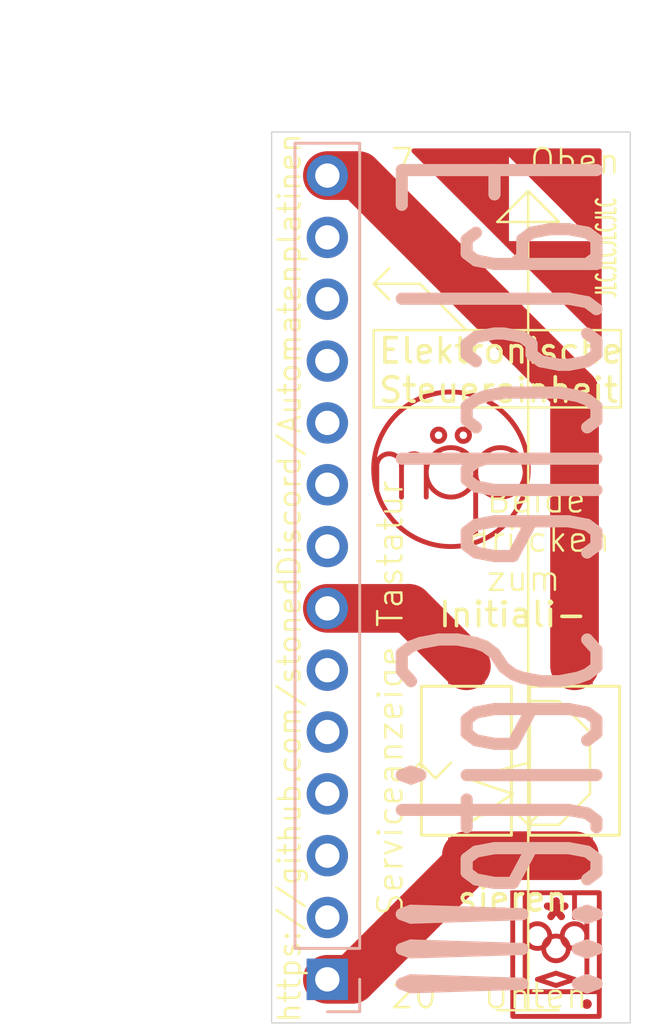
<source format=kicad_pcb>
(kicad_pcb (version 20240108) (generator "pcbnew") (generator_version "8.0")
  (layers (0 "F.Cu" signal) (31 "B.Cu" signal) (34 "B.Paste" user) (35 "F.Paste" user) (36 "B.SilkS" user "B.Silkscreen") (37 "F.SilkS" user "F.Silkscreen") (38 "B.Mask" user) (39 "F.Mask" user) (44 "Edge.Cuts" user))
  (net 0 "")
  (net 1 "/TZ7")
  (net 2 "/TS0")
  (net 3 "/TS7")
  (footprint "Button_Switch_SMD:SW_SPST_CK_RS282G05A3" (layer "F.Cu") (at 86.995 64.68 -90)
    (property "Reference" "SW2" (hide yes))
    (property "Value" "sieren" (at 5.678 -1.905 180) (layer "F.SilkS"))
    (fp_line (start -3.06 1.85) (end -3.06 -1.85) (stroke (width 0.12)) (layer "F.SilkS"))
    (fp_line (start 3.06 1.85) (end -3.06 1.85) (stroke (width 0.12)) (layer "F.SilkS"))
    (fp_line (start -3.06 -1.85) (end 3.06 -1.85) (stroke (width 0.12)) (layer "F.SilkS"))
    (fp_line (start 3.06 -1.85) (end 3.06 1.85) (stroke (width 0.12)) (layer "F.SilkS"))
    (pad "1" smd rect (at -3.9 0 270) (size 1.5 1.5) (layers "F.Cu" "F.Paste" "F.Mask") (net 3 "/TS7"))
    (pad "2" smd rect (at 3.9 0 270) (size 1.5 1.5) (layers "F.Cu" "F.Paste" "F.Mask") (net 1 "/TZ7"))
  )
  (footprint "Button_Switch_SMD:SW_SPST_CK_RS282G05A3" (layer "F.Cu") (at 91.44 64.68 -90)
    (property "Reference" "SW1" (hide yes))
    (property "Value" "Initiali-" (at -6.006 2.54 180) (layer "F.SilkS"))
    (fp_line (start -3.06 1.85) (end -3.06 -1.85) (stroke (width 0.12)) (layer "F.SilkS"))
    (fp_line (start 3.06 1.85) (end -3.06 1.85) (stroke (width 0.12)) (layer "F.SilkS"))
    (fp_line (start -3.06 -1.85) (end 3.06 -1.85) (stroke (width 0.12)) (layer "F.SilkS"))
    (fp_line (start 3.06 -1.85) (end 3.06 1.85) (stroke (width 0.12)) (layer "F.SilkS"))
    (pad "1" smd rect (at -3.9 0 270) (size 1.5 1.5) (layers "F.Cu" "F.Paste" "F.Mask") (net 2 "/TS0"))
    (pad "2" smd rect (at 3.9 0 270) (size 1.5 1.5) (layers "F.Cu" "F.Paste" "F.Mask") (net 1 "/TZ7"))
  )
  (footprint "Connector_PinSocket_2.54mm:PinSocket_1x14_P2.54mm_Vertical" (layer "B.Cu") (at 81.28 73.66)
    (property "Reference" "J2" (hide yes))
    (property "Value" "Automat")
    (fp_line (start -1.33 -34.35) (end -1.33 -1.27) (stroke (width 0.12)) (layer "B.SilkS"))
    (fp_line (start 1.33 -34.35) (end -1.33 -34.35) (stroke (width 0.12)) (layer "B.SilkS"))
    (fp_line (start 1.33 -34.35) (end 1.33 -1.27) (stroke (width 0.12)) (layer "B.SilkS"))
    (fp_line (start 1.33 -1.27) (end -1.33 -1.27) (stroke (width 0.12)) (layer "B.SilkS"))
    (fp_line (start 1.33 0) (end 1.33 1.33) (stroke (width 0.12)) (layer "B.SilkS"))
    (fp_line (start 1.33 1.33) (end 0 1.33) (stroke (width 0.12)) (layer "B.SilkS"))
    (pad "1" thru_hole rect (at 0 0) (size 1.7 1.7) (drill 1) (layers "*.Cu" "*.Mask") (net 1 "/TZ7"))
    (pad "2" thru_hole oval (at 0 -2.54) (size 1.7 1.7) (drill 1) (layers "*.Cu" "*.Mask"))
    (pad "3" thru_hole oval (at 0 -5.08) (size 1.7 1.7) (drill 1) (layers "*.Cu" "*.Mask"))
    (pad "4" thru_hole oval (at 0 -7.62) (size 1.7 1.7) (drill 1) (layers "*.Cu" "*.Mask"))
    (pad "5" thru_hole oval (at 0 -10.16) (size 1.7 1.7) (drill 1) (layers "*.Cu" "*.Mask"))
    (pad "6" thru_hole oval (at 0 -12.7) (size 1.7 1.7) (drill 1) (layers "*.Cu" "*.Mask"))
    (pad "7" thru_hole oval (at 0 -15.24) (size 1.7 1.7) (drill 1) (layers "*.Cu" "*.Mask") (net 3 "/TS7"))
    (pad "8" thru_hole oval (at 0 -17.78) (size 1.7 1.7) (drill 1) (layers "*.Cu" "*.Mask"))
    (pad "9" thru_hole oval (at 0 -20.32) (size 1.7 1.7) (drill 1) (layers "*.Cu" "*.Mask"))
    (pad "10" thru_hole oval (at 0 -22.86) (size 1.7 1.7) (drill 1) (layers "*.Cu" "*.Mask"))
    (pad "11" thru_hole oval (at 0 -25.4) (size 1.7 1.7) (drill 1) (layers "*.Cu" "*.Mask"))
    (pad "12" thru_hole oval (at 0 -27.94) (size 1.7 1.7) (drill 1) (layers "*.Cu" "*.Mask"))
    (pad "13" thru_hole oval (at 0 -30.48) (size 1.7 1.7) (drill 1) (layers "*.Cu" "*.Mask"))
    (pad "14" thru_hole oval (at 0 -33.02) (size 1.7 1.7) (drill 1) (layers "*.Cu" "*.Mask") (net 2 "/TS0"))
  )
  (gr_line (start 91.948 74.168) (end 91.948 71.12) (stroke (width 0.2)) (layer "F.Cu"))
  (gr_line (start 87.376 52.832) (end 87.376 55.372) (stroke (width 0.2)) (layer "F.Cu"))
  (gr_line (start 84.328 52.578) (end 84.328 53.848) (stroke (width 0.2)) (layer "F.Cu"))
  (gr_circle (center 86.868 51.308) (end 87.122 51.308) (stroke (width 0.2)) (fill none) (layer "F.Cu"))
  (gr_circle (center 91.948 74.676) (end 91.948 74.676) (stroke (width 0.2)) (fill none) (layer "F.Cu"))
  (gr_arc (start 84.328 52.578) (mid 84.836 52.07) (end 85.344 52.578) (stroke (width 0.2)) (layer "F.Cu"))
  (gr_line (start 90.678 73.406) (end 89.916 73.66) (stroke (width 0.2)) (layer "F.Cu"))
  (gr_line (start 89.408 70.104) (end 89.408 74.168) (stroke (width 0.2)) (layer "F.Cu"))
  (gr_rect (start 88.9 70.104) (end 92.456 75.184) (stroke (width 0.2)) (fill none) (layer "F.Cu"))
  (gr_rect (start 91.44 70.104) (end 92.456 71.12) (stroke (width 0.2)) (fill none) (layer "F.Cu"))
  (gr_line (start 91.44 73.66) (end 90.678 73.406) (stroke (width 0.2)) (layer "F.Cu"))
  (gr_circle (center 91.44 71.882) (end 90.932 71.882) (stroke (width 0.2)) (fill none) (layer "F.Cu"))
  (gr_line (start 83.312 52.578) (end 83.312 53.594) (stroke (width 0.2)) (layer "F.Cu"))
  (gr_circle (center 85.852 51.308) (end 86.106 51.308) (stroke (width 0.2)) (fill none) (layer "F.Cu"))
  (gr_circle (center 90.678 72.39) (end 90.678 71.882) (stroke (width 0.2)) (fill none) (layer "F.Cu"))
  (gr_circle (center 86.36 52.705) (end 86.36 49.53) (stroke (width 0.2)) (fill none) (layer "F.Cu"))
  (gr_poly (pts (xy 92.456 47.244) (xy 88.646 43.434) (xy 92.456 43.434)) (stroke (width 0.2)) (fill solid) (layer "F.Cu"))
  (gr_poly (pts (xy 92.456 43.434) (xy 88.646 39.624) (xy 92.456 39.624)) (stroke (width 0.2)) (fill solid) (layer "F.Cu"))
  (gr_line (start 90.678 73.914) (end 91.44 73.66) (stroke (width 0.2)) (layer "F.Cu"))
  (gr_arc (start 83.312 52.578) (mid 83.82 52.07) (end 84.328 52.578) (stroke (width 0.2)) (layer "F.Cu"))
  (gr_line (start 89.916 73.66) (end 90.678 73.914) (stroke (width 0.2)) (layer "F.Cu"))
  (gr_poly (pts (xy 88.646 43.434) (xy 84.836 39.624) (xy 88.646 39.624)) (stroke (width 0.2)) (fill solid) (layer "F.Cu"))
  (gr_line (start 85.344 52.578) (end 85.344 53.848) (stroke (width 0.2)) (layer "F.Cu"))
  (gr_circle (center 86.36 52.832) (end 85.344 52.832) (stroke (width 0.2)) (fill none) (layer "F.Cu"))
  (gr_line (start 88.9 74.168) (end 92.456 74.168) (stroke (width 0.2)) (layer "F.Cu"))
  (gr_circle (center 89.916 71.882) (end 89.408 71.882) (stroke (width 0.2)) (fill none) (layer "F.Cu"))
  (gr_circle (center 88.392 52.832) (end 87.376 52.832) (stroke (width 0.2)) (fill none) (layer "F.Cu"))
  (gr_line (start 86.995 46.99) (end 85.09 45.085) (stroke (width 0.1)) (layer "F.SilkS"))
  (gr_line (start 89.535 64.77) (end 86.995 65.405) (stroke (width 0.1)) (layer "F.SilkS"))
  (gr_line (start 89.535 67.31) (end 88.9 66.675) (stroke (width 0.1)) (layer "F.SilkS"))
  (gr_rect (start 83.185 46.99) (end 93.345 50.165) (stroke (width 0.1)) (fill none) (layer "F.SilkS"))
  (gr_line (start 88.265 42.545) (end 90.805 42.545) (stroke (width 0.1)) (layer "F.SilkS"))
  (gr_line (start 83.185 45.085) (end 83.82 44.45) (stroke (width 0.1)) (layer "F.SilkS"))
  (gr_line (start 89.535 41.275) (end 88.265 42.545) (stroke (width 0.1)) (layer "F.SilkS"))
  (gr_line (start 89.535 74.93) (end 89.535 41.275) (stroke (width 0.1)) (layer "F.SilkS"))
  (gr_line (start 86.36 64.77) (end 85.725 65.405) (stroke (width 0.1)) (layer "F.SilkS"))
  (gr_line (start 90.805 62.23) (end 92.075 63.5) (stroke (width 0.1)) (layer "F.SilkS"))
  (gr_line (start 90.805 74.93) (end 88.265 74.93) (stroke (width 0.1)) (layer "F.SilkS"))
  (gr_line (start 85.09 45.085) (end 83.185 45.085) (stroke (width 0.1)) (layer "F.SilkS"))
  (gr_line (start 90.805 42.545) (end 89.535 41.275) (stroke (width 0.1)) (layer "F.SilkS"))
  (gr_line (start 85.725 65.405) (end 85.09 64.77) (stroke (width 0.1)) (layer "F.SilkS"))
  (gr_line (start 89.535 62.23) (end 90.805 62.23) (stroke (width 0.1)) (layer "F.SilkS"))
  (gr_line (start 90.805 67.31) (end 89.535 67.31) (stroke (width 0.1)) (layer "F.SilkS"))
  (gr_line (start 85.09 64.77) (end 84.455 65.405) (stroke (width 0.1)) (layer "F.SilkS"))
  (gr_line (start 92.075 63.5) (end 92.075 66.04) (stroke (width 0.1)) (layer "F.SilkS"))
  (gr_line (start 86.995 65.405) (end 88.9 66.04) (stroke (width 0.1)) (layer "F.SilkS"))
  (gr_line (start 88.9 66.04) (end 86.995 67.31) (stroke (width 0.1)) (layer "F.SilkS"))
  (gr_line (start 83.185 45.085) (end 83.82 45.72) (stroke (width 0.1)) (layer "F.SilkS"))
  (gr_line (start 92.075 66.04) (end 90.805 67.31) (stroke (width 0.1)) (layer "F.SilkS"))
  (gr_line (start 89.535 67.31) (end 90.17 66.675) (stroke (width 0.1)) (layer "F.SilkS"))
  (gr_rect (start 78.99 38.85) (end 93.73 75.45) (stroke (width 0.05)) (fill none) (layer "Edge.Cuts"))
  (gr_text "*" (at 89.916 72.136 0) (layer "F.Cu") (effects (font (size 1.5 1.5) (thickness 0.3) (bold yes)) (justify left bottom)))
  (gr_text "Falsche Seite!!!" (at 93.345 39.37 90) (layer "B.SilkS") (effects (font (size 8 3) (thickness 0.5)) (justify left bottom mirror)))
  (gr_text "Unten" (at 87.63 74.93 0) (layer "F.SilkS") (effects (font (size 1 1) (thickness 0.1)) (justify left bottom)))
  (gr_text "https://github.com/stonedDiscord/Automatenplatinen" (at 80.25 75.5 90) (layer "F.SilkS") (effects (font (size 0.9 0.89) (thickness 0.1)) (justify left bottom)))
  (gr_text "JLCJLCJLCJLC" (at 93.218 45.72 90) (layer "F.SilkS") (effects (font (size 0.8 0.4) (thickness 0.1) (bold yes)) (justify left bottom)))
  (gr_text "Oben" (at 89.535 40.64 0) (layer "F.SilkS") (effects (font (size 1 1) (thickness 0.1)) (justify left bottom)))
  (gr_text "Elektronische\nSteuereinheit" (at 83.312 50.038 0) (layer "F.SilkS") (effects (font (size 1 1)) (justify left bottom)))
  (gr_text " Beide\ndrücken\n zum" (at 86.995 57.785 0) (layer "F.SilkS") (effects (font (size 1 1) (thickness 0.1)) (justify left bottom)))
  (gr_text "7" (at 83.82 40.64 0) (layer "F.SilkS") (effects (font (size 1 1) (thickness 0.1)) (justify left bottom)))
  (gr_text "Serviceanzeige Tastatur" (at 84.455 71.12 90) (layer "F.SilkS") (effects (font (size 1 1) (thickness 0.1)) (justify left bottom)))
  (gr_text "20" (at 83.82 74.93 0) (layer "F.SilkS") (effects (font (size 1 1) (thickness 0.1)) (justify left bottom)))
  (segment (start 81.28 73.66) (end 82.296 73.66) (width 2) (layer "F.Cu") (net 1))
  (segment (start 82.296 73.66) (end 86.995 68.961) (width 2) (layer "F.Cu") (net 1))
  (segment (start 91.44 68.58) (end 86.995 68.58) (width 2) (layer "F.Cu") (net 1))
  (segment (start 86.995 68.961) (end 86.995 68.58) (width 2) (layer "F.Cu") (net 1))
  (segment (start 81.28 40.64) (end 82.55 40.64) (width 2) (layer "F.Cu") (net 2))
  (segment (start 91.44 49.53) (end 91.44 60.78) (width 2) (layer "F.Cu") (net 2))
  (segment (start 82.55 40.64) (end 91.44 49.53) (width 2) (layer "F.Cu") (net 2))
  (segment (start 81.28 58.42) (end 84.635 58.42) (width 2) (layer "F.Cu") (net 3))
  (segment (start 84.635 58.42) (end 86.995 60.78) (width 2) (layer "F.Cu") (net 3))
)
</source>
